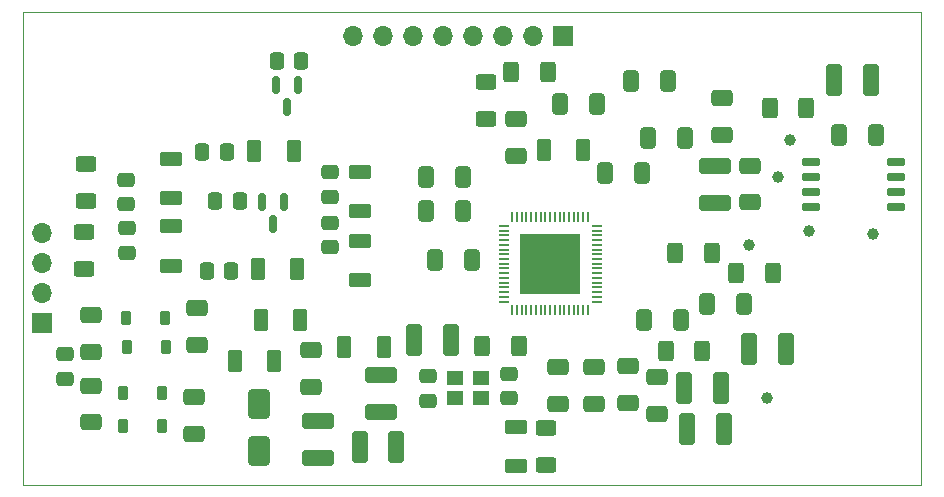
<source format=gbr>
%TF.GenerationSoftware,KiCad,Pcbnew,7.0.2*%
%TF.CreationDate,2023-06-20T23:12:55+02:00*%
%TF.ProjectId,qca7000,71636137-3030-4302-9e6b-696361645f70,rev?*%
%TF.SameCoordinates,Original*%
%TF.FileFunction,Soldermask,Top*%
%TF.FilePolarity,Negative*%
%FSLAX46Y46*%
G04 Gerber Fmt 4.6, Leading zero omitted, Abs format (unit mm)*
G04 Created by KiCad (PCBNEW 7.0.2) date 2023-06-20 23:12:55*
%MOMM*%
%LPD*%
G01*
G04 APERTURE LIST*
G04 Aperture macros list*
%AMRoundRect*
0 Rectangle with rounded corners*
0 $1 Rounding radius*
0 $2 $3 $4 $5 $6 $7 $8 $9 X,Y pos of 4 corners*
0 Add a 4 corners polygon primitive as box body*
4,1,4,$2,$3,$4,$5,$6,$7,$8,$9,$2,$3,0*
0 Add four circle primitives for the rounded corners*
1,1,$1+$1,$2,$3*
1,1,$1+$1,$4,$5*
1,1,$1+$1,$6,$7*
1,1,$1+$1,$8,$9*
0 Add four rect primitives between the rounded corners*
20,1,$1+$1,$2,$3,$4,$5,0*
20,1,$1+$1,$4,$5,$6,$7,0*
20,1,$1+$1,$6,$7,$8,$9,0*
20,1,$1+$1,$8,$9,$2,$3,0*%
G04 Aperture macros list end*
%ADD10R,1.700000X1.700000*%
%ADD11O,1.700000X1.700000*%
%ADD12RoundRect,0.150000X-0.150000X0.587500X-0.150000X-0.587500X0.150000X-0.587500X0.150000X0.587500X0*%
%ADD13C,1.000000*%
%ADD14RoundRect,0.250000X-0.400000X-0.625000X0.400000X-0.625000X0.400000X0.625000X-0.400000X0.625000X0*%
%ADD15RoundRect,0.250000X-0.412500X-0.650000X0.412500X-0.650000X0.412500X0.650000X-0.412500X0.650000X0*%
%ADD16RoundRect,0.250000X0.412500X0.650000X-0.412500X0.650000X-0.412500X-0.650000X0.412500X-0.650000X0*%
%ADD17RoundRect,0.250000X0.625000X-0.400000X0.625000X0.400000X-0.625000X0.400000X-0.625000X-0.400000X0*%
%ADD18RoundRect,0.250000X-0.475000X0.337500X-0.475000X-0.337500X0.475000X-0.337500X0.475000X0.337500X0*%
%ADD19RoundRect,0.250000X-0.337500X-0.475000X0.337500X-0.475000X0.337500X0.475000X-0.337500X0.475000X0*%
%ADD20RoundRect,0.250000X0.650000X-0.412500X0.650000X0.412500X-0.650000X0.412500X-0.650000X-0.412500X0*%
%ADD21RoundRect,0.250000X0.412500X1.100000X-0.412500X1.100000X-0.412500X-1.100000X0.412500X-1.100000X0*%
%ADD22RoundRect,0.250000X-0.650000X0.412500X-0.650000X-0.412500X0.650000X-0.412500X0.650000X0.412500X0*%
%ADD23RoundRect,0.250000X-0.625000X0.400000X-0.625000X-0.400000X0.625000X-0.400000X0.625000X0.400000X0*%
%ADD24RoundRect,0.250000X-0.362500X-0.700000X0.362500X-0.700000X0.362500X0.700000X-0.362500X0.700000X0*%
%ADD25RoundRect,0.225000X0.225000X0.375000X-0.225000X0.375000X-0.225000X-0.375000X0.225000X-0.375000X0*%
%ADD26RoundRect,0.250000X0.700000X-0.362500X0.700000X0.362500X-0.700000X0.362500X-0.700000X-0.362500X0*%
%ADD27RoundRect,0.250000X1.100000X-0.412500X1.100000X0.412500X-1.100000X0.412500X-1.100000X-0.412500X0*%
%ADD28RoundRect,0.250000X-0.412500X-1.100000X0.412500X-1.100000X0.412500X1.100000X-0.412500X1.100000X0*%
%ADD29RoundRect,0.250000X0.337500X0.475000X-0.337500X0.475000X-0.337500X-0.475000X0.337500X-0.475000X0*%
%ADD30RoundRect,0.250000X-0.700000X0.362500X-0.700000X-0.362500X0.700000X-0.362500X0.700000X0.362500X0*%
%ADD31RoundRect,0.250000X-0.650000X1.000000X-0.650000X-1.000000X0.650000X-1.000000X0.650000X1.000000X0*%
%ADD32RoundRect,0.250000X0.362500X0.700000X-0.362500X0.700000X-0.362500X-0.700000X0.362500X-0.700000X0*%
%ADD33RoundRect,0.250000X-1.100000X0.412500X-1.100000X-0.412500X1.100000X-0.412500X1.100000X0.412500X0*%
%ADD34RoundRect,0.050000X-0.050000X0.362500X-0.050000X-0.362500X0.050000X-0.362500X0.050000X0.362500X0*%
%ADD35RoundRect,0.050000X-0.362500X0.050000X-0.362500X-0.050000X0.362500X-0.050000X0.362500X0.050000X0*%
%ADD36R,5.200000X5.200000*%
%ADD37RoundRect,0.250000X0.475000X-0.337500X0.475000X0.337500X-0.475000X0.337500X-0.475000X-0.337500X0*%
%ADD38R,1.400000X1.200000*%
%ADD39RoundRect,0.150000X-0.650000X-0.150000X0.650000X-0.150000X0.650000X0.150000X-0.650000X0.150000X0*%
%ADD40RoundRect,0.225000X-0.225000X-0.375000X0.225000X-0.375000X0.225000X0.375000X-0.225000X0.375000X0*%
%TA.AperFunction,Profile*%
%ADD41C,0.100000*%
%TD*%
G04 APERTURE END LIST*
D10*
%TO.C,J1*%
X92580000Y-66820000D03*
D11*
X92580000Y-64280000D03*
X92580000Y-61740000D03*
X92580000Y-59200000D03*
%TD*%
D12*
%TO.C,D7*%
X114298750Y-46662500D03*
X112398750Y-46662500D03*
X113348750Y-48537500D03*
%TD*%
D13*
%TO.C,TP9*%
X154900000Y-54450000D03*
%TD*%
D14*
%TO.C,R6*%
X129850000Y-68800000D03*
X132950000Y-68800000D03*
%TD*%
D15*
%TO.C,C30*%
X125087500Y-54450000D03*
X128212500Y-54450000D03*
%TD*%
D16*
%TO.C,C47*%
X129012500Y-61500000D03*
X125887500Y-61500000D03*
%TD*%
D17*
%TO.C,R2*%
X96148750Y-62250000D03*
X96148750Y-59150000D03*
%TD*%
D13*
%TO.C,TP6*%
X155950000Y-51290000D03*
%TD*%
D18*
%TO.C,C49*%
X125300000Y-71312500D03*
X125300000Y-73387500D03*
%TD*%
D19*
%TO.C,C15*%
X107261250Y-56500000D03*
X109336250Y-56500000D03*
%TD*%
D20*
%TO.C,C29*%
X142250000Y-73612500D03*
X142250000Y-70487500D03*
%TD*%
D21*
%TO.C,C35*%
X122612500Y-77360000D03*
X119487500Y-77360000D03*
%TD*%
D13*
%TO.C,TP2*%
X152500000Y-60250000D03*
%TD*%
D22*
%TO.C,C9*%
X105700000Y-65537500D03*
X105700000Y-68662500D03*
%TD*%
D21*
%TO.C,C52*%
X155602500Y-69050000D03*
X152477500Y-69050000D03*
%TD*%
D23*
%TO.C,R8*%
X130200000Y-46450000D03*
X130200000Y-49550000D03*
%TD*%
D24*
%TO.C,L3*%
X110586250Y-52300000D03*
X113911250Y-52300000D03*
%TD*%
D25*
%TO.C,D3*%
X103087500Y-68820000D03*
X99787500Y-68820000D03*
%TD*%
D12*
%TO.C,D6*%
X113098750Y-56575000D03*
X111198750Y-56575000D03*
X112148750Y-58450000D03*
%TD*%
D14*
%TO.C,R16*%
X151400000Y-62550000D03*
X154500000Y-62550000D03*
%TD*%
D25*
%TO.C,D4*%
X102727500Y-72710000D03*
X99427500Y-72710000D03*
%TD*%
D20*
%TO.C,C19*%
X144660000Y-74492500D03*
X144660000Y-71367500D03*
%TD*%
D26*
%TO.C,L9*%
X119500000Y-63162500D03*
X119500000Y-59837500D03*
%TD*%
D27*
%TO.C,C41*%
X115940000Y-78282500D03*
X115940000Y-75157500D03*
%TD*%
D16*
%TO.C,C23*%
X146712500Y-66600000D03*
X143587500Y-66600000D03*
%TD*%
D28*
%TO.C,C42*%
X159687500Y-46250000D03*
X162812500Y-46250000D03*
%TD*%
D20*
%TO.C,C17*%
X115340000Y-72272500D03*
X115340000Y-69147500D03*
%TD*%
D18*
%TO.C,C3*%
X99698750Y-54712500D03*
X99698750Y-56787500D03*
%TD*%
D15*
%TO.C,C34*%
X125137500Y-57300000D03*
X128262500Y-57300000D03*
%TD*%
D16*
%TO.C,C44*%
X163212500Y-50900000D03*
X160087500Y-50900000D03*
%TD*%
D14*
%TO.C,R5*%
X145400000Y-69150000D03*
X148500000Y-69150000D03*
%TD*%
D29*
%TO.C,C24*%
X114536250Y-44600000D03*
X112461250Y-44600000D03*
%TD*%
D24*
%TO.C,L7*%
X108947500Y-70020000D03*
X112272500Y-70020000D03*
%TD*%
D20*
%TO.C,C38*%
X152550000Y-56612500D03*
X152550000Y-53487500D03*
%TD*%
%TO.C,C46*%
X132700000Y-52712500D03*
X132700000Y-49587500D03*
%TD*%
D30*
%TO.C,L2*%
X103498750Y-58637500D03*
X103498750Y-61962500D03*
%TD*%
D15*
%TO.C,C48*%
X140287500Y-54100000D03*
X143412500Y-54100000D03*
%TD*%
D29*
%TO.C,C8*%
X108636250Y-62400000D03*
X106561250Y-62400000D03*
%TD*%
D14*
%TO.C,R9*%
X154200000Y-48600000D03*
X157300000Y-48600000D03*
%TD*%
D18*
%TO.C,C4*%
X99798750Y-58812500D03*
X99798750Y-60887500D03*
%TD*%
D10*
%TO.C,J2*%
X136700000Y-42500000D03*
D11*
X134160000Y-42500000D03*
X131620000Y-42500000D03*
X129080000Y-42500000D03*
X126540000Y-42500000D03*
X124000000Y-42500000D03*
X121460000Y-42500000D03*
X118920000Y-42500000D03*
%TD*%
D31*
%TO.C,D5*%
X110990000Y-73642500D03*
X110990000Y-77642500D03*
%TD*%
D28*
%TO.C,C12*%
X124087500Y-68300000D03*
X127212500Y-68300000D03*
%TD*%
D18*
%TO.C,C2*%
X94580000Y-69462500D03*
X94580000Y-71537500D03*
%TD*%
D32*
%TO.C,L6*%
X121532500Y-68890000D03*
X118207500Y-68890000D03*
%TD*%
D20*
%TO.C,C5*%
X96770000Y-75242500D03*
X96770000Y-72117500D03*
%TD*%
D22*
%TO.C,C6*%
X96710000Y-66167500D03*
X96710000Y-69292500D03*
%TD*%
D24*
%TO.C,L10*%
X135087500Y-52150000D03*
X138412500Y-52150000D03*
%TD*%
D30*
%TO.C,L5*%
X132700000Y-75587500D03*
X132700000Y-78912500D03*
%TD*%
D20*
%TO.C,C10*%
X105470000Y-76252500D03*
X105470000Y-73127500D03*
%TD*%
D13*
%TO.C,TP5*%
X153950000Y-73190000D03*
%TD*%
D14*
%TO.C,R7*%
X132350000Y-45600000D03*
X135450000Y-45600000D03*
%TD*%
D13*
%TO.C,TP8*%
X162940000Y-59280000D03*
%TD*%
D15*
%TO.C,C45*%
X136437500Y-48250000D03*
X139562500Y-48250000D03*
%TD*%
D14*
%TO.C,R19*%
X146200000Y-60900000D03*
X149300000Y-60900000D03*
%TD*%
D22*
%TO.C,C43*%
X136250000Y-70537500D03*
X136250000Y-73662500D03*
%TD*%
D24*
%TO.C,L4*%
X110886250Y-62250000D03*
X114211250Y-62250000D03*
%TD*%
D33*
%TO.C,C55*%
X121280000Y-71207500D03*
X121280000Y-74332500D03*
%TD*%
D18*
%TO.C,C13*%
X117000000Y-54062500D03*
X117000000Y-56137500D03*
%TD*%
D34*
%TO.C,D10*%
X138820500Y-57864000D03*
X138420500Y-57864000D03*
X138020500Y-57864000D03*
X137620500Y-57864000D03*
X137220500Y-57864000D03*
X136820500Y-57864000D03*
X136420500Y-57864000D03*
X136020500Y-57864000D03*
X135620500Y-57864000D03*
X135220500Y-57864000D03*
X134820500Y-57864000D03*
X134420500Y-57864000D03*
X134020500Y-57864000D03*
X133620500Y-57864000D03*
X133220500Y-57864000D03*
X132820500Y-57864000D03*
X132420500Y-57864000D03*
D35*
X131683000Y-58601500D03*
X131683000Y-59001500D03*
X131683000Y-59401500D03*
X131683000Y-59801500D03*
X131683000Y-60201500D03*
X131683000Y-60601500D03*
X131683000Y-61001500D03*
X131683000Y-61401500D03*
X131683000Y-61801500D03*
X131683000Y-62201500D03*
X131683000Y-62601500D03*
X131683000Y-63001500D03*
X131683000Y-63401500D03*
X131683000Y-63801500D03*
X131683000Y-64201500D03*
X131683000Y-64601500D03*
X131683000Y-65001500D03*
D34*
X132420500Y-65739000D03*
X132820500Y-65739000D03*
X133220500Y-65739000D03*
X133620500Y-65739000D03*
X134020500Y-65739000D03*
X134420500Y-65739000D03*
X134820500Y-65739000D03*
X135220500Y-65739000D03*
X135620500Y-65739000D03*
X136020500Y-65739000D03*
X136420500Y-65739000D03*
X136820500Y-65739000D03*
X137220500Y-65739000D03*
X137620500Y-65739000D03*
X138020500Y-65739000D03*
X138420500Y-65739000D03*
X138820500Y-65739000D03*
D35*
X139558000Y-65001500D03*
X139558000Y-64601500D03*
X139558000Y-64201500D03*
X139558000Y-63801500D03*
X139558000Y-63401500D03*
X139558000Y-63001500D03*
X139558000Y-62601500D03*
X139558000Y-62201500D03*
X139558000Y-61801500D03*
X139558000Y-61401500D03*
X139558000Y-61001500D03*
X139558000Y-60601500D03*
X139558000Y-60201500D03*
X139558000Y-59801500D03*
X139558000Y-59401500D03*
X139558000Y-59001500D03*
X139558000Y-58601500D03*
D36*
X135620500Y-61801500D03*
%TD*%
D37*
%TO.C,C32*%
X132150000Y-73187500D03*
X132150000Y-71112500D03*
%TD*%
D20*
%TO.C,C22*%
X139300000Y-73662500D03*
X139300000Y-70537500D03*
%TD*%
D26*
%TO.C,L8*%
X119500000Y-57352500D03*
X119500000Y-54027500D03*
%TD*%
D23*
%TO.C,R3*%
X135250000Y-75750000D03*
X135250000Y-78850000D03*
%TD*%
D15*
%TO.C,C39*%
X143877500Y-51170000D03*
X147002500Y-51170000D03*
%TD*%
D21*
%TO.C,C56*%
X150322500Y-75820000D03*
X147197500Y-75820000D03*
%TD*%
D33*
%TO.C,C36*%
X149610000Y-53497500D03*
X149610000Y-56622500D03*
%TD*%
D29*
%TO.C,C7*%
X108236250Y-52350000D03*
X106161250Y-52350000D03*
%TD*%
D20*
%TO.C,C20*%
X150210000Y-50882500D03*
X150210000Y-47757500D03*
%TD*%
D18*
%TO.C,C14*%
X117000000Y-58312500D03*
X117000000Y-60387500D03*
%TD*%
D38*
%TO.C,Y1*%
X129800000Y-71450000D03*
X127600000Y-71450000D03*
X127600000Y-73150000D03*
X129800000Y-73150000D03*
%TD*%
D30*
%TO.C,L1*%
X103498750Y-52937500D03*
X103498750Y-56262500D03*
%TD*%
D16*
%TO.C,C21*%
X152025000Y-65200000D03*
X148900000Y-65200000D03*
%TD*%
D39*
%TO.C,U1*%
X157750000Y-53210000D03*
X157750000Y-54480000D03*
X157750000Y-55750000D03*
X157750000Y-57020000D03*
X164950000Y-57020000D03*
X164950000Y-55750000D03*
X164950000Y-54480000D03*
X164950000Y-53210000D03*
%TD*%
D40*
%TO.C,D2*%
X99480000Y-75500000D03*
X102780000Y-75500000D03*
%TD*%
D23*
%TO.C,R1*%
X96298750Y-53400000D03*
X96298750Y-56500000D03*
%TD*%
D24*
%TO.C,L11*%
X111137500Y-66550000D03*
X114462500Y-66550000D03*
%TD*%
D13*
%TO.C,TP7*%
X157520000Y-59050000D03*
%TD*%
D21*
%TO.C,C53*%
X150062500Y-72360000D03*
X146937500Y-72360000D03*
%TD*%
D15*
%TO.C,C51*%
X142507500Y-46300000D03*
X145632500Y-46300000D03*
%TD*%
D40*
%TO.C,D1*%
X99750000Y-66440000D03*
X103050000Y-66440000D03*
%TD*%
D41*
X91000000Y-40500000D02*
X167000000Y-40500000D01*
X167000000Y-80500000D01*
X91000000Y-80500000D01*
X91000000Y-40500000D01*
M02*

</source>
